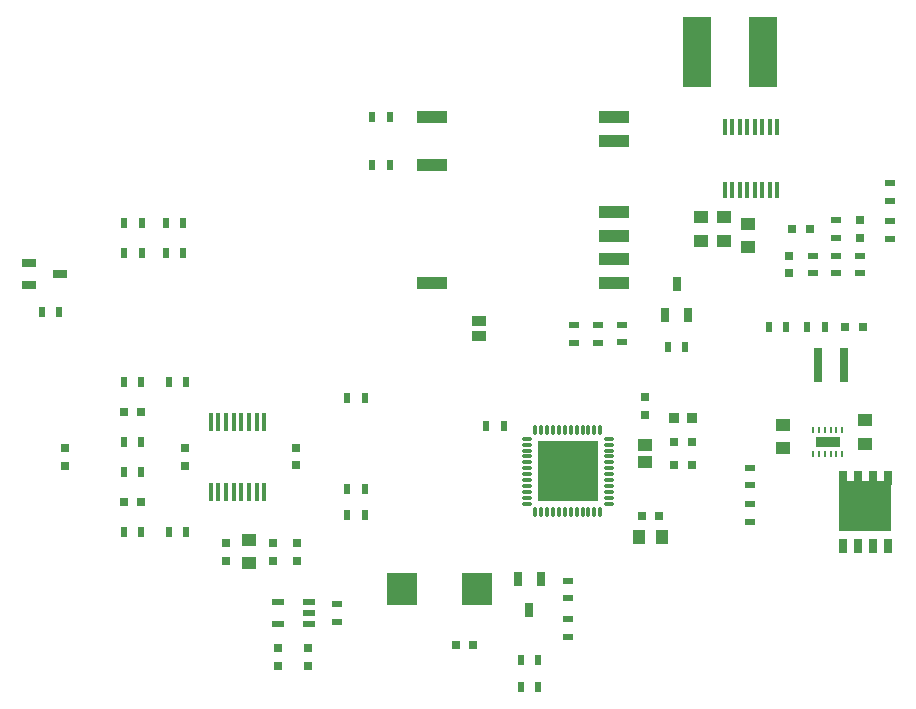
<source format=gtp>
G04 #@! TF.FileFunction,Paste,Top*
%FSLAX46Y46*%
G04 Gerber Fmt 4.6, Leading zero omitted, Abs format (unit mm)*
G04 Created by KiCad (PCBNEW 4.0.7) date 2018 November 02, Friday 17:04:49*
%MOMM*%
%LPD*%
G01*
G04 APERTURE LIST*
%ADD10C,0.050000*%
%ADD11R,0.750000X0.800000*%
%ADD12R,0.800000X0.750000*%
%ADD13R,0.889000X0.889000*%
%ADD14R,0.900000X0.500000*%
%ADD15R,0.500000X0.900000*%
%ADD16O,0.280000X0.850000*%
%ADD17O,0.850000X0.280000*%
%ADD18R,5.100000X5.100000*%
%ADD19R,0.450000X1.500000*%
%ADD20R,1.249680X0.998220*%
%ADD21R,2.450000X5.900000*%
%ADD22R,0.800000X2.900000*%
%ADD23R,0.381000X1.397000*%
%ADD24R,2.500000X1.100000*%
%ADD25R,1.270000X0.965200*%
%ADD26R,0.700000X1.200000*%
%ADD27R,4.500000X4.290000*%
%ADD28R,1.550000X1.600000*%
%ADD29R,1.550000X1.200000*%
%ADD30R,2.000000X0.900000*%
%ADD31R,0.250000X0.600000*%
%ADD32R,0.650000X1.220000*%
%ADD33R,1.220000X0.650000*%
%ADD34R,1.250000X1.000000*%
%ADD35R,1.000000X1.250000*%
%ADD36R,2.550000X2.700000*%
%ADD37R,1.000000X0.550000*%
G04 APERTURE END LIST*
D10*
G36*
X47925000Y18075000D02*
X47925000Y16925000D01*
X49075000Y16925000D01*
X49075000Y18075000D01*
X47925000Y18075000D01*
G37*
G36*
X49375000Y18075000D02*
X49375000Y16925000D01*
X50525000Y16925000D01*
X50525000Y18075000D01*
X49375000Y18075000D01*
G37*
G36*
X49375000Y16625000D02*
X49375000Y15475000D01*
X50525000Y15475000D01*
X50525000Y16625000D01*
X49375000Y16625000D01*
G37*
G36*
X47925000Y16625000D02*
X47925000Y15475000D01*
X49075000Y15475000D01*
X49075000Y16625000D01*
X47925000Y16625000D01*
G37*
G36*
X46475000Y16625000D02*
X46475000Y15475000D01*
X47625000Y15475000D01*
X47625000Y16625000D01*
X46475000Y16625000D01*
G37*
G36*
X46475000Y18075000D02*
X46475000Y16925000D01*
X47625000Y16925000D01*
X47625000Y18075000D01*
X46475000Y18075000D01*
G37*
G36*
X46475000Y19525000D02*
X46475000Y18375000D01*
X47625000Y18375000D01*
X47625000Y19525000D01*
X46475000Y19525000D01*
G37*
G36*
X47925000Y19525000D02*
X47925000Y18375000D01*
X49075000Y18375000D01*
X49075000Y19525000D01*
X47925000Y19525000D01*
G37*
G36*
X49375000Y19525000D02*
X49375000Y18375000D01*
X50525000Y18375000D01*
X50525000Y19525000D01*
X49375000Y19525000D01*
G37*
D11*
X55000000Y22250000D03*
X55000000Y23750000D03*
D12*
X57500000Y20000000D03*
X59000000Y20000000D03*
X57500000Y18000000D03*
X59000000Y18000000D03*
X56250000Y13705000D03*
X54750000Y13705000D03*
X39000000Y2750000D03*
X40500000Y2750000D03*
X72000000Y29750000D03*
X73500000Y29750000D03*
D11*
X5940000Y19440000D03*
X5940000Y17940000D03*
D12*
X10905000Y22500000D03*
X12405000Y22500000D03*
X10905000Y14880000D03*
X12405000Y14880000D03*
D11*
X16100000Y17940000D03*
X16100000Y19440000D03*
X25500000Y18000000D03*
X25500000Y19500000D03*
X25545000Y11440000D03*
X25545000Y9940000D03*
X23545000Y9940000D03*
X23545000Y11440000D03*
X19545000Y9940000D03*
X19545000Y11440000D03*
D13*
X57500000Y22000000D03*
X59024000Y22000000D03*
D14*
X63890000Y16305000D03*
X63890000Y17805000D03*
X63890000Y13205000D03*
X63890000Y14705000D03*
X73250000Y35750000D03*
X73250000Y34250000D03*
X71250000Y38750000D03*
X71250000Y37250000D03*
X71250000Y34250000D03*
X71250000Y35750000D03*
X48490000Y3455000D03*
X48490000Y4955000D03*
X75740000Y40405000D03*
X75740000Y41905000D03*
X75740000Y38705000D03*
X75740000Y37205000D03*
D15*
X65500000Y29750000D03*
X67000000Y29750000D03*
X68750000Y29750000D03*
X70250000Y29750000D03*
X31940000Y47455000D03*
X33440000Y47455000D03*
X12405000Y17420000D03*
X10905000Y17420000D03*
X12405000Y19960000D03*
X10905000Y19960000D03*
X12405000Y25040000D03*
X10905000Y25040000D03*
X12405000Y12340000D03*
X10905000Y12340000D03*
X16215000Y12340000D03*
X14715000Y12340000D03*
X16215000Y25040000D03*
X14715000Y25040000D03*
X31295000Y23690000D03*
X29795000Y23690000D03*
X31295000Y16010000D03*
X29795000Y16010000D03*
X31295000Y13810000D03*
X29795000Y13810000D03*
X5450000Y31000000D03*
X3950000Y31000000D03*
X12450000Y38500000D03*
X10950000Y38500000D03*
X10950000Y36000000D03*
X12450000Y36000000D03*
X15950000Y38500000D03*
X14450000Y38500000D03*
X14450000Y36000000D03*
X15950000Y36000000D03*
D16*
X51250000Y20975000D03*
X50750000Y20975000D03*
X50250000Y20975000D03*
X49750000Y20975000D03*
X49250000Y20975000D03*
X48750000Y20975000D03*
X48250000Y20975000D03*
X47750000Y20975000D03*
X47250000Y20975000D03*
X46750000Y20975000D03*
X46250000Y20975000D03*
X45750000Y20975000D03*
D17*
X45025000Y20250000D03*
X45025000Y19750000D03*
X45025000Y19250000D03*
X45025000Y18750000D03*
X45025000Y18250000D03*
X45025000Y17750000D03*
X45025000Y17250000D03*
X45025000Y16750000D03*
X45025000Y16250000D03*
X45025000Y15750000D03*
X45025000Y15250000D03*
X45025000Y14750000D03*
D16*
X45750000Y14025000D03*
X46250000Y14025000D03*
X46750000Y14025000D03*
X47250000Y14025000D03*
X47750000Y14025000D03*
X48250000Y14025000D03*
X48750000Y14025000D03*
X49250000Y14025000D03*
X49750000Y14025000D03*
X50250000Y14025000D03*
X50750000Y14025000D03*
X51250000Y14025000D03*
D17*
X51975000Y14750000D03*
X51975000Y15250000D03*
X51975000Y15750000D03*
X51975000Y16250000D03*
X51975000Y16750000D03*
X51975000Y17250000D03*
X51975000Y17750000D03*
X51975000Y18250000D03*
X51975000Y18750000D03*
X51975000Y19250000D03*
X51975000Y19750000D03*
X51975000Y20250000D03*
D18*
X48500000Y17500000D03*
D19*
X22820000Y21640000D03*
X22170000Y21640000D03*
X21520000Y21640000D03*
X20870000Y21640000D03*
X20220000Y21640000D03*
X19570000Y21640000D03*
X18920000Y21640000D03*
X18270000Y21640000D03*
X18270000Y15740000D03*
X18920000Y15740000D03*
X19570000Y15740000D03*
X20220000Y15740000D03*
X20870000Y15740000D03*
X21520000Y15740000D03*
X22170000Y15740000D03*
X22820000Y15740000D03*
D20*
X55000000Y19749300D03*
X55000000Y18250700D03*
D11*
X67250000Y34250000D03*
X67250000Y35750000D03*
D12*
X69000000Y38000000D03*
X67500000Y38000000D03*
D11*
X73250000Y37250000D03*
X73250000Y38750000D03*
D21*
X65025000Y53000000D03*
X59475000Y53000000D03*
D22*
X71850000Y26500000D03*
X69650000Y26500000D03*
D14*
X69250000Y34250000D03*
X69250000Y35750000D03*
D23*
X66222500Y46667000D03*
X65587500Y46667000D03*
X64952500Y46667000D03*
X64317500Y46667000D03*
X63682500Y46667000D03*
X63047500Y46667000D03*
X62412500Y46667000D03*
X61777500Y46667000D03*
X61777500Y41333000D03*
X62412500Y41333000D03*
X63047500Y41333000D03*
X63682500Y41333000D03*
X64317500Y41333000D03*
X64952500Y41333000D03*
X65587500Y41333000D03*
X66222500Y41333000D03*
D15*
X31940000Y43455000D03*
X33440000Y43455000D03*
D14*
X53090000Y28405000D03*
X53090000Y29905000D03*
X48990000Y28395000D03*
X48990000Y29895000D03*
X51085000Y28395000D03*
X51085000Y29895000D03*
D24*
X36990000Y47455000D03*
X36990000Y43455000D03*
X36990000Y33455000D03*
X52390000Y33455000D03*
X52390000Y35455000D03*
X52390000Y37455000D03*
X52390000Y39455000D03*
X52390000Y45455000D03*
X52390000Y47455000D03*
D25*
X40940000Y28935000D03*
X40940000Y30205000D03*
D26*
X71780000Y11155000D03*
X73050000Y11155000D03*
X74330000Y11155000D03*
X75600000Y11155000D03*
X75600000Y16955000D03*
X74330000Y16955000D03*
X73050000Y16955000D03*
X71780000Y16955000D03*
D27*
X73690000Y14555000D03*
D28*
X72600000Y15305000D03*
X74780000Y15305000D03*
D29*
X72600000Y13305000D03*
X74780000Y13305000D03*
D30*
X70500000Y20000000D03*
D31*
X70750000Y21000000D03*
X71750000Y21000000D03*
X71250000Y21000000D03*
X70250000Y21000000D03*
X69750000Y21000000D03*
X69250000Y21000000D03*
X69250000Y19000000D03*
X69750000Y19000000D03*
X70250000Y19000000D03*
X70750000Y19000000D03*
X71250000Y19000000D03*
X71750000Y19000000D03*
D32*
X46200000Y8370000D03*
X44300000Y8370000D03*
X45250000Y5750000D03*
X56760000Y30695000D03*
X58660000Y30695000D03*
X57710000Y33315000D03*
D33*
X2885000Y35160000D03*
X2885000Y33260000D03*
X5505000Y34210000D03*
D34*
X73690000Y21805000D03*
X73690000Y19805000D03*
X63750000Y38455000D03*
X63750000Y36455000D03*
X66690000Y21455000D03*
X66690000Y19455000D03*
X59750000Y39000000D03*
X59750000Y37000000D03*
X61750000Y39000000D03*
X61750000Y37000000D03*
D35*
X56500000Y11955000D03*
X54500000Y11955000D03*
D36*
X40810000Y7505000D03*
X34460000Y7505000D03*
D34*
X21545000Y9690000D03*
X21545000Y11690000D03*
D15*
X43110000Y21305000D03*
X41610000Y21305000D03*
D14*
X48500000Y8250000D03*
X48500000Y6750000D03*
D15*
X58460000Y28005000D03*
X56960000Y28005000D03*
X46000000Y-750000D03*
X44500000Y-750000D03*
X46000000Y1500000D03*
X44500000Y1500000D03*
D11*
X26500000Y2500000D03*
X26500000Y1000000D03*
X24000000Y2500000D03*
X24000000Y1000000D03*
D14*
X29000000Y4750000D03*
X29000000Y6250000D03*
D37*
X26550000Y4550000D03*
X26550000Y5500000D03*
X26550000Y6450000D03*
X23950000Y6450000D03*
X23950000Y4550000D03*
M02*

</source>
